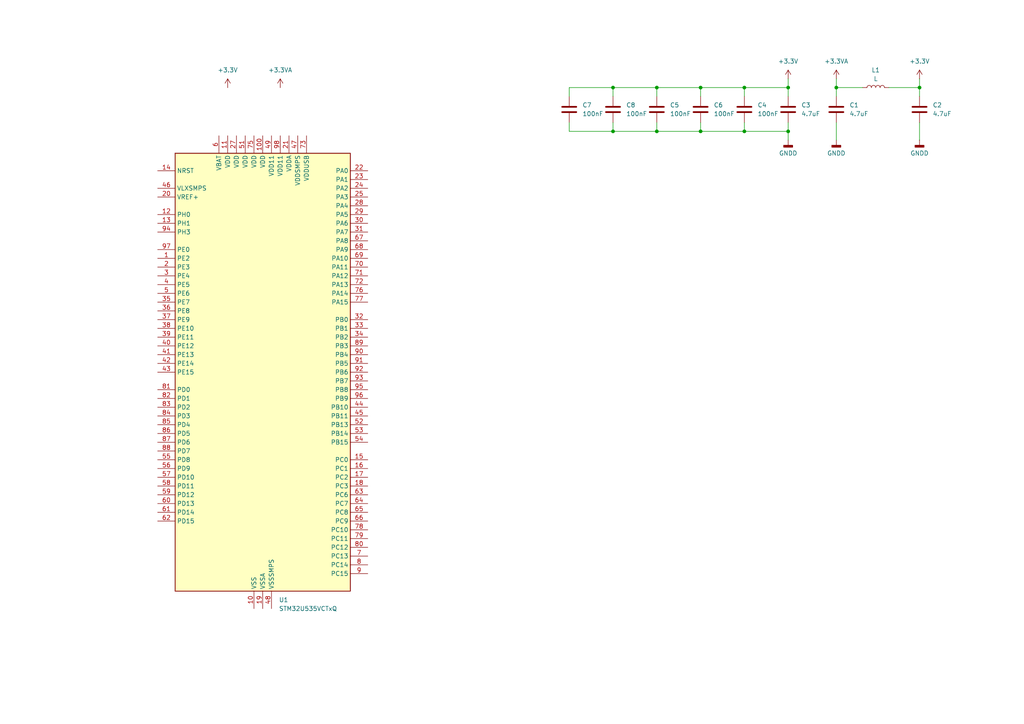
<source format=kicad_sch>
(kicad_sch (version 20250114) (generator "eeschema") (generator_version "9.0")
  (paper "A4")
  (title_block (title "Quark U5 SOM") (date "2025-05-08") (rev "a"))
  (lib_symbols
    (symbol "Device:C" (pin_numbers (hide yes)) (pin_names (offset 0.254))
      (property "Reference" "C" (at 0.635 2.54 0))
      (property "Value" "C" (at 0.635 -2.54 0))
      (symbol "C_0_1"
        (polyline (pts (xy -2.032 0.762) (xy 2.032 0.762)) (stroke (width 0.508)))
        (polyline (pts (xy -2.032 -0.762) (xy 2.032 -0.762)) (stroke (width 0.508)))
      )
      (symbol "C_1_1"
        (pin passive line (at 0 3.81 270) (length 2.794) (name "~") (number "1"))
        (pin passive line (at 0 -3.81 90) (length 2.794) (name "~") (number "2"))
      )
    )
    (symbol "Device:L" (pin_numbers (hide yes)) (pin_names (offset 1.016) (hide yes))
      (property "Reference" "L" (at -1.27 0 90))
      (property "Value" "L" (at 1.905 0 90))
      (symbol "L_0_1"
        (arc (start 0 2.54) (mid 0.6323 1.905) (end 0 1.27))
        (arc (start 0 1.27) (mid 0.6323 0.635) (end 0 0))
        (arc (start 0 0) (mid 0.6323 -0.635) (end 0 -1.27))
        (arc (start 0 -1.27) (mid 0.6323 -1.905) (end 0 -2.54))
      )
      (symbol "L_1_1"
        (pin passive line (at 0 3.81 270) (length 1.27) (name "1") (number "1"))
        (pin passive line (at 0 -3.81 90) (length 1.27) (name "2") (number "2"))
      )
    )
    (symbol "MCU_ST_STM32U5:STM32U535VCTxQ"
      (property "Reference" "U" (at -25.4 64.77 0))
      (property "Value" "STM32U535VCTxQ" (at 15.24 64.77 0))
      (symbol "STM32U535VCTxQ_0_1"
        (rectangle (start -25.4 -63.5) (end 25.4 63.5) (stroke (width 0.254)) (fill (type background)))
      )
      (symbol "STM32U535VCTxQ_1_1"
        (pin input line (at -30.48 58.42 0) (length 5.08) (name "NRST") (number "14"))
        (pin power_in line (at -30.48 53.34 0) (length 5.08) (name "VLXSMPS") (number "46"))
        (pin input line (at -30.48 50.8 0) (length 5.08) (name "VREF+") (number "20"))
        (pin bidirectional line (at -30.48 45.72 0) (length 5.08) (name "PH0") (number "12"))
        (pin bidirectional line (at -30.48 43.18 0) (length 5.08) (name "PH1") (number "13"))
        (pin bidirectional line (at -30.48 40.64 0) (length 5.08) (name "PH3") (number "94"))
        (pin bidirectional line (at -30.48 35.56 0) (length 5.08) (name "PE0") (number "97"))
        (pin bidirectional line (at -30.48 33.02 0) (length 5.08) (name "PE2") (number "1"))
        (pin bidirectional line (at -30.48 30.48 0) (length 5.08) (name "PE3") (number "2"))
        (pin bidirectional line (at -30.48 27.94 0) (length 5.08) (name "PE4") (number "3"))
        (pin bidirectional line (at -30.48 25.4 0) (length 5.08) (name "PE5") (number "4"))
        (pin bidirectional line (at -30.48 22.86 0) (length 5.08) (name "PE6") (number "5"))
        (pin bidirectional line (at -30.48 20.32 0) (length 5.08) (name "PE7") (number "35"))
        (pin bidirectional line (at -30.48 17.78 0) (length 5.08) (name "PE8") (number "36"))
        (pin bidirectional line (at -30.48 15.24 0) (length 5.08) (name "PE9") (number "37"))
        (pin bidirectional line (at -30.48 12.7 0) (length 5.08) (name "PE10") (number "38"))
        (pin bidirectional line (at -30.48 10.16 0) (length 5.08) (name "PE11") (number "39"))
        (pin bidirectional line (at -30.48 7.62 0) (length 5.08) (name "PE12") (number "40"))
        (pin bidirectional line (at -30.48 5.08 0) (length 5.08) (name "PE13") (number "41"))
        (pin bidirectional line (at -30.48 2.54 0) (length 5.08) (name "PE14") (number "42"))
        (pin bidirectional line (at -30.48 0 0) (length 5.08) (name "PE15") (number "43"))
        (pin bidirectional line (at -30.48 -5.08 0) (length 5.08) (name "PD0") (number "81"))
        (pin bidirectional line (at -30.48 -7.62 0) (length 5.08) (name "PD1") (number "82"))
        (pin bidirectional line (at -30.48 -10.16 0) (length 5.08) (name "PD2") (number "83"))
        (pin bidirectional line (at -30.48 -12.7 0) (length 5.08) (name "PD3") (number "84"))
        (pin bidirectional line (at -30.48 -15.24 0) (length 5.08) (name "PD4") (number "85"))
        (pin bidirectional line (at -30.48 -17.78 0) (length 5.08) (name "PD5") (number "86"))
        (pin bidirectional line (at -30.48 -20.32 0) (length 5.08) (name "PD6") (number "87"))
        (pin bidirectional line (at -30.48 -22.86 0) (length 5.08) (name "PD7") (number "88"))
        (pin bidirectional line (at -30.48 -25.4 0) (length 5.08) (name "PD8") (number "55"))
        (pin bidirectional line (at -30.48 -27.94 0) (length 5.08) (name "PD9") (number "56"))
        (pin bidirectional line (at -30.48 -30.48 0) (length 5.08) (name "PD10") (number "57"))
        (pin bidirectional line (at -30.48 -33.02 0) (length 5.08) (name "PD11") (number "58"))
        (pin bidirectional line (at -30.48 -35.56 0) (length 5.08) (name "PD12") (number "59"))
        (pin bidirectional line (at -30.48 -38.1 0) (length 5.08) (name "PD13") (number "60"))
        (pin bidirectional line (at -30.48 -40.64 0) (length 5.08) (name "PD14") (number "61"))
        (pin bidirectional line (at -30.48 -43.18 0) (length 5.08) (name "PD15") (number "62"))
        (pin power_in line (at -12.7 68.58 270) (length 5.08) (name "VBAT") (number "6"))
        (pin power_in line (at -10.16 68.58 270) (length 5.08) (name "VDD") (number "11"))
        (pin power_in line (at -7.62 68.58 270) (length 5.08) (name "VDD") (number "27"))
        (pin power_in line (at -5.08 68.58 270) (length 5.08) (name "VDD") (number "51"))
        (pin power_in line (at -2.54 68.58 270) (length 5.08) (name "VDD") (number "75"))
        (pin power_in line (at -2.54 -68.58 90) (length 5.08) (name "VSS") (number "10"))
        (pin passive line (at -2.54 -68.58 90) (length 5.08) (hide yes) (name "VSS") (number "26"))
        (pin passive line (at -2.54 -68.58 90) (length 5.08) (hide yes) (name "VSS") (number "50"))
        (pin passive line (at -2.54 -68.58 90) (length 5.08) (hide yes) (name "VSS") (number "74"))
        (pin passive line (at -2.54 -68.58 90) (length 5.08) (hide yes) (name "VSS") (number "99"))
        (pin power_in line (at 0 68.58 270) (length 5.08) (name "VDD") (number "100"))
        (pin power_in line (at 0 -68.58 90) (length 5.08) (name "VSSA") (number "19"))
        (pin power_in line (at 2.54 68.58 270) (length 5.08) (name "VDD11") (number "49"))
        (pin power_in line (at 2.54 -68.58 90) (length 5.08) (name "VSSSMPS") (number "48"))
        (pin power_in line (at 5.08 68.58 270) (length 5.08) (name "VDD11") (number "98"))
        (pin power_in line (at 7.62 68.58 270) (length 5.08) (name "VDDA") (number "21"))
        (pin power_in line (at 10.16 68.58 270) (length 5.08) (name "VDDSMPS") (number "47"))
        (pin power_in line (at 12.7 68.58 270) (length 5.08) (name "VDDUSB") (number "73"))
        (pin bidirectional line (at 30.48 58.42 180) (length 5.08) (name "PA0") (number "22"))
        (pin bidirectional line (at 30.48 55.88 180) (length 5.08) (name "PA1") (number "23"))
        (pin bidirectional line (at 30.48 53.34 180) (length 5.08) (name "PA2") (number "24"))
        (pin bidirectional line (at 30.48 50.8 180) (length 5.08) (name "PA3") (number "25"))
        (pin bidirectional line (at 30.48 48.26 180) (length 5.08) (name "PA4") (number "28"))
        (pin bidirectional line (at 30.48 45.72 180) (length 5.08) (name "PA5") (number "29"))
        (pin bidirectional line (at 30.48 43.18 180) (length 5.08) (name "PA6") (number "30"))
        (pin bidirectional line (at 30.48 40.64 180) (length 5.08) (name "PA7") (number "31"))
        (pin bidirectional line (at 30.48 38.1 180) (length 5.08) (name "PA8") (number "67"))
        (pin bidirectional line (at 30.48 35.56 180) (length 5.08) (name "PA9") (number "68"))
        (pin bidirectional line (at 30.48 33.02 180) (length 5.08) (name "PA10") (number "69"))
        (pin bidirectional line (at 30.48 30.48 180) (length 5.08) (name "PA11") (number "70"))
        (pin bidirectional line (at 30.48 27.94 180) (length 5.08) (name "PA12") (number "71"))
        (pin bidirectional line (at 30.48 25.4 180) (length 5.08) (name "PA13") (number "72"))
        (pin bidirectional line (at 30.48 22.86 180) (length 5.08) (name "PA14") (number "76"))
        (pin bidirectional line (at 30.48 20.32 180) (length 5.08) (name "PA15") (number "77"))
        (pin bidirectional line (at 30.48 15.24 180) (length 5.08) (name "PB0") (number "32"))
        (pin bidirectional line (at 30.48 12.7 180) (length 5.08) (name "PB1") (number "33"))
        (pin bidirectional line (at 30.48 10.16 180) (length 5.08) (name "PB2") (number "34"))
        (pin bidirectional line (at 30.48 7.62 180) (length 5.08) (name "PB3") (number "89"))
        (pin bidirectional line (at 30.48 5.08 180) (length 5.08) (name "PB4") (number "90"))
        (pin bidirectional line (at 30.48 2.54 180) (length 5.08) (name "PB5") (number "91"))
        (pin bidirectional line (at 30.48 0 180) (length 5.08) (name "PB6") (number "92"))
        (pin bidirectional line (at 30.48 -2.54 180) (length 5.08) (name "PB7") (number "93"))
        (pin bidirectional line (at 30.48 -5.08 180) (length 5.08) (name "PB8") (number "95"))
        (pin bidirectional line (at 30.48 -7.62 180) (length 5.08) (name "PB9") (number "96"))
        (pin bidirectional line (at 30.48 -10.16 180) (length 5.08) (name "PB10") (number "44"))
        (pin bidirectional line (at 30.48 -12.7 180) (length 5.08) (name "PB11") (number "45"))
        (pin bidirectional line (at 30.48 -15.24 180) (length 5.08) (name "PB13") (number "52"))
        (pin bidirectional line (at 30.48 -17.78 180) (length 5.08) (name "PB14") (number "53"))
        (pin bidirectional line (at 30.48 -20.32 180) (length 5.08) (name "PB15") (number "54"))
        (pin bidirectional line (at 30.48 -25.4 180) (length 5.08) (name "PC0") (number "15"))
        (pin bidirectional line (at 30.48 -27.94 180) (length 5.08) (name "PC1") (number "16"))
        (pin bidirectional line (at 30.48 -30.48 180) (length 5.08) (name "PC2") (number "17"))
        (pin bidirectional line (at 30.48 -33.02 180) (length 5.08) (name "PC3") (number "18"))
        (pin bidirectional line (at 30.48 -35.56 180) (length 5.08) (name "PC6") (number "63"))
        (pin bidirectional line (at 30.48 -38.1 180) (length 5.08) (name "PC7") (number "64"))
        (pin bidirectional line (at 30.48 -40.64 180) (length 5.08) (name "PC8") (number "65"))
        (pin bidirectional line (at 30.48 -43.18 180) (length 5.08) (name "PC9") (number "66"))
        (pin bidirectional line (at 30.48 -45.72 180) (length 5.08) (name "PC10") (number "78"))
        (pin bidirectional line (at 30.48 -48.26 180) (length 5.08) (name "PC11") (number "79"))
        (pin bidirectional line (at 30.48 -50.8 180) (length 5.08) (name "PC12") (number "80"))
        (pin bidirectional line (at 30.48 -53.34 180) (length 5.08) (name "PC13") (number "7"))
        (pin bidirectional line (at 30.48 -55.88 180) (length 5.08) (name "PC14") (number "8"))
        (pin bidirectional line (at 30.48 -58.42 180) (length 5.08) (name "PC15") (number "9"))
      )
    )
    (symbol "power:+3.3V" (power) (pin_numbers (hide yes)) (pin_names (offset 0) (hide yes))
      (property "Value" "+3.3V" (at 0 3.556 0))
      (symbol "+3.3V_0_1"
        (polyline (pts (xy -0.762 1.27) (xy 0 2.54)))
        (polyline (pts (xy 0 2.54) (xy 0.762 1.27)))
        (polyline (pts (xy 0 0) (xy 0 2.54)))
      )
      (symbol "+3.3V_1_1"
        (pin power_in line (at 0 0 90) (length 0) (name "~") (number "1"))
      )
    )
    (symbol "power:+3.3VA" (power) (pin_numbers (hide yes)) (pin_names (offset 0) (hide yes))
      (property "Value" "+3.3VA" (at 0 3.556 0))
      (symbol "+3.3VA_0_1"
        (polyline (pts (xy -0.762 1.27) (xy 0 2.54)))
        (polyline (pts (xy 0 2.54) (xy 0.762 1.27)))
        (polyline (pts (xy 0 0) (xy 0 2.54)))
      )
      (symbol "+3.3VA_1_1"
        (pin power_in line (at 0 0 90) (length 0) (name "~") (number "1"))
      )
    )
    (symbol "power:GNDD" (power) (pin_numbers (hide yes)) (pin_names (offset 0) (hide yes))
      (property "Value" "GNDD" (at 0 -3.175 0))
      (symbol "GNDD_0_1"
        (rectangle (start -1.27 -1.524) (end 1.27 -2.032) (stroke (width 0.254)) (fill (type outline)))
        (polyline (pts (xy 0 0) (xy 0 -1.524)))
      )
      (symbol "GNDD_1_1"
        (pin power_in line (at 0 0 270) (length 0) (name "~") (number "1"))
      )
    )
  )
  (junction (at 203.2 25.4))
  (junction (at 177.8 25.4))
  (junction (at 190.5 25.4))
  (junction (at 190.5 38.1))
  (junction (at 242.57 25.4))
  (junction (at 177.8 38.1))
  (junction (at 215.9 38.1))
  (junction (at 203.2 38.1))
  (junction (at 228.6 38.1))
  (junction (at 228.6 25.4))
  (junction (at 215.9 25.4))
  (junction (at 266.7 25.4))
  (wire (pts (xy 165.1 35.56) (xy 165.1 38.1)))
  (wire (pts (xy 215.9 35.56) (xy 215.9 38.1)))
  (wire (pts (xy 203.2 25.4) (xy 203.2 27.94)))
  (wire (pts (xy 165.1 38.1) (xy 177.8 38.1)))
  (wire (pts (xy 177.8 35.56) (xy 177.8 38.1)))
  (wire (pts (xy 215.9 25.4) (xy 228.6 25.4)))
  (wire (pts (xy 177.8 25.4) (xy 177.8 27.94)))
  (wire (pts (xy 203.2 35.56) (xy 203.2 38.1)))
  (wire (pts (xy 228.6 38.1) (xy 228.6 35.56)))
  (wire (pts (xy 228.6 22.86) (xy 228.6 25.4)))
  (wire (pts (xy 203.2 25.4) (xy 215.9 25.4)))
  (wire (pts (xy 266.7 25.4) (xy 266.7 27.94)))
  (wire (pts (xy 190.5 38.1) (xy 203.2 38.1)))
  (wire (pts (xy 190.5 25.4) (xy 203.2 25.4)))
  (wire (pts (xy 228.6 25.4) (xy 228.6 27.94)))
  (wire (pts (xy 266.7 40.64) (xy 266.7 35.56)))
  (wire (pts (xy 266.7 22.86) (xy 266.7 25.4)))
  (wire (pts (xy 215.9 38.1) (xy 228.6 38.1)))
  (wire (pts (xy 190.5 35.56) (xy 190.5 38.1)))
  (wire (pts (xy 177.8 38.1) (xy 190.5 38.1)))
  (wire (pts (xy 165.1 25.4) (xy 177.8 25.4)))
  (wire (pts (xy 165.1 27.94) (xy 165.1 25.4)))
  (wire (pts (xy 177.8 25.4) (xy 190.5 25.4)))
  (wire (pts (xy 257.81 25.4) (xy 266.7 25.4)))
  (wire (pts (xy 190.5 25.4) (xy 190.5 27.94)))
  (wire (pts (xy 228.6 40.64) (xy 228.6 38.1)))
  (wire (pts (xy 203.2 38.1) (xy 215.9 38.1)))
  (wire (pts (xy 250.19 25.4) (xy 242.57 25.4)))
  (wire (pts (xy 242.57 40.64) (xy 242.57 35.56)))
  (wire (pts (xy 215.9 27.94) (xy 215.9 25.4)))
  (wire (pts (xy 242.57 25.4) (xy 242.57 27.94)))
  (wire (pts (xy 242.57 25.4) (xy 242.57 22.86)))
  (symbol (lib_id "power:+3.3VA") (at 242.57 22.86 0) (unit 1)
    (property "Reference" "#PWR02" (effects (hide yes)))
    (property "Value" "+3.3VA" (at 242.57 17.78 0))
    (property "Description" "Power symbol creates a global label with name \"+3.3VA\"" (effects (hide yes)))
  )
  (symbol (lib_id "Device:C") (at 190.5 31.75 0) (unit 1)
    (property "Reference" "C5" (at 194.31 30.4799 0) (effects (justify left)))
    (property "Value" "100nF" (at 194.31 33.0199 0) (effects (justify left)))
    (property "Description" "Unpolarized capacitor" (effects (hide yes)))
  )
  (symbol (lib_id "MCU_ST_STM32U5:STM32U535VCTxQ") (at 76.2 107.95 0) (unit 1)
    (property "Reference" "U1" (at 80.8833 173.99 0) (effects (justify left)))
    (property "Value" "STM32U535VCTxQ" (at 80.8833 176.53 0) (effects (justify left)))
    (property "Footprint" "Package_QFP:LQFP-100_14x14mm_P0.5mm" (effects (hide yes)))
    (property "Datasheet" "https://www.st.com/resource/en/datasheet/stm32u535vc.pdf" (effects (hide yes)))
    (property "Description" "STMicroelectronics Arm Cortex-M33 MCU, 256KB flash, 274KB RAM, 79 GPIO, LQFP100" (effects (hide yes)))
  )
  (symbol (lib_id "power:GNDD") (at 266.7 40.64 0) (unit 1)
    (property "Reference" "#PWR04" (effects (hide yes)))
    (property "Value" "GNDD" (at 266.7 44.45 0))
    (property "Description" "Power symbol creates a global label with name \"GNDD\" , digital ground" (effects (hide yes)))
  )
  (symbol (lib_id "Device:C") (at 165.1 31.75 0) (unit 1)
    (property "Reference" "C7" (at 168.91 30.4799 0) (effects (justify left)))
    (property "Value" "100nF" (at 168.91 33.0199 0) (effects (justify left)))
    (property "Description" "Unpolarized capacitor" (effects (hide yes)))
  )
  (symbol (lib_id "Device:C") (at 228.6 31.75 0) (unit 1)
    (property "Reference" "C3" (at 232.41 30.4799 0) (effects (justify left)))
    (property "Value" "4.7uF" (at 232.41 33.0199 0) (effects (justify left)))
    (property "Description" "Unpolarized capacitor" (effects (hide yes)))
  )
  (symbol (lib_id "power:GNDD") (at 242.57 40.64 0) (unit 1)
    (property "Reference" "#PWR03" (effects (hide yes)))
    (property "Value" "GNDD" (at 242.57 44.45 0))
    (property "Description" "Power symbol creates a global label with name \"GNDD\" , digital ground" (effects (hide yes)))
  )
  (symbol (lib_id "power:+3.3V") (at 228.6 22.86 0) (unit 1)
    (property "Reference" "#PWR07" (effects (hide yes)))
    (property "Value" "+3.3V" (at 228.6 17.78 0))
    (property "Description" "Power symbol creates a global label with name \"+3.3V\"" (effects (hide yes)))
  )
  (symbol (lib_id "power:+3.3VA") (at 81.28 25.4 0) (unit 1)
    (property "Reference" "#PWR05" (effects (hide yes)))
    (property "Value" "+3.3VA" (at 81.28 20.32 0))
    (property "Description" "Power symbol creates a global label with name \"+3.3VA\"" (effects (hide yes)))
  )
  (symbol (lib_id "power:GNDD") (at 228.6 40.64 0) (unit 1)
    (property "Reference" "#PWR08" (effects (hide yes)))
    (property "Value" "GNDD" (at 228.6 44.45 0))
    (property "Description" "Power symbol creates a global label with name \"GNDD\" , digital ground" (effects (hide yes)))
  )
  (symbol (lib_id "Device:C") (at 203.2 31.75 0) (unit 1)
    (property "Reference" "C6" (at 207.01 30.4799 0) (effects (justify left)))
    (property "Value" "100nF" (at 207.01 33.0199 0) (effects (justify left)))
    (property "Description" "Unpolarized capacitor" (effects (hide yes)))
  )
  (symbol (lib_id "Device:C") (at 266.7 31.75 0) (unit 1)
    (property "Reference" "C2" (at 270.51 30.4799 0) (effects (justify left)))
    (property "Value" "4.7uF" (at 270.51 33.0199 0) (effects (justify left)))
    (property "Description" "Unpolarized capacitor" (effects (hide yes)))
  )
  (symbol (lib_id "Device:C") (at 242.57 31.75 0) (unit 1)
    (property "Reference" "C1" (at 246.38 30.4799 0) (effects (justify left)))
    (property "Value" "4.7uF" (at 246.38 33.0199 0) (effects (justify left)))
    (property "Description" "Unpolarized capacitor" (effects (hide yes)))
  )
  (symbol (lib_id "Device:C") (at 177.8 31.75 0) (unit 1)
    (property "Reference" "C8" (at 181.61 30.4799 0) (effects (justify left)))
    (property "Value" "100nF" (at 181.61 33.0199 0) (effects (justify left)))
    (property "Description" "Unpolarized capacitor" (effects (hide yes)))
  )
  (symbol (lib_id "Device:C") (at 215.9 31.75 0) (unit 1)
    (property "Reference" "C4" (at 219.71 30.4799 0) (effects (justify left)))
    (property "Value" "100nF" (at 219.71 33.0199 0) (effects (justify left)))
    (property "Description" "Unpolarized capacitor" (effects (hide yes)))
  )
  (symbol (lib_id "power:+3.3V") (at 66.04 25.4 0) (unit 1)
    (property "Reference" "#PWR06" (effects (hide yes)))
    (property "Value" "+3.3V" (at 66.04 20.32 0))
    (property "Description" "Power symbol creates a global label with name \"+3.3V\"" (effects (hide yes)))
  )
  (symbol (lib_id "power:+3.3V") (at 266.7 22.86 0) (unit 1)
    (property "Reference" "#PWR01" (effects (hide yes)))
    (property "Value" "+3.3V" (at 266.7 17.78 0))
    (property "Description" "Power symbol creates a global label with name \"+3.3V\"" (effects (hide yes)))
  )
  (symbol (lib_id "Device:L") (at 254 25.4 90) (unit 1)
    (property "Reference" "L1" (at 254 20.32 90))
    (property "Value" "L" (at 254 22.86 90))
    (property "Description" "Inductor" (effects (hide yes)))
  )
)
</source>
